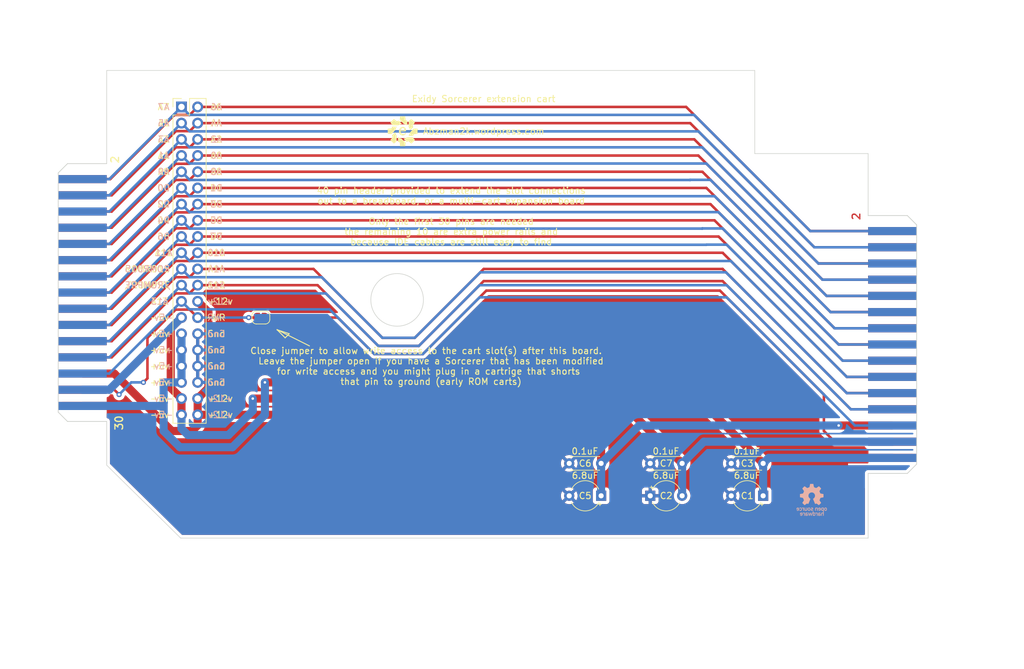
<source format=kicad_pcb>
(kicad_pcb (version 20211014) (generator pcbnew)
  (layers (0 "F.Cu" signal) (31 "B.Cu" signal) (34 "B.Paste" user) (35 "F.Paste" user) (36 "B.SilkS" user "B.Silkscreen") (37 "F.SilkS" user "F.Silkscreen") (38 "B.Mask" user) (39 "F.Mask" user) (44 "Edge.Cuts" user))
  (net 0 "")
  (net 1 "29")
  (net 2 "28")
  (net 3 "27")
  (net 4 "26")
  (net 5 "21")
  (net 6 "22")
  (net 7 "24")
  (net 8 "20")
  (net 9 "19")
  (net 10 "25")
  (net 11 "1")
  (net 12 "2")
  (net 13 "3")
  (net 14 "4")
  (net 15 "6")
  (net 16 "8")
  (net 17 "9")
  (net 18 "10")
  (net 19 "11")
  (net 20 "12")
  (net 21 "13")
  (net 22 "14")
  (net 23 "15")
  (net 24 "16")
  (net 25 "17")
  (net 26 "18")
  (net 27 "23")
  (net 28 "5")
  (net 29 "7")
  (net 30 "30")
  (net 31 "/WR gated")
  (footprint "Capacitor_THT:C_Disc_D4.3mm_W1.9mm_P5.00mm" (layer "F.Cu") (at 172.72 132.08 180)
    (fp_text reference "C3" (at 2.5 0) (layer "F.SilkS"))
    (fp_text value "0.1uF" (at 2.54 1.905) (layer "F.SilkS"))
    (pad "1" thru_hole circle locked (at 0 0 180) (size 1.6 1.6) (drill 0.8) (layers *.Cu *.Mask) (net 1 "29"))
    (pad "2" thru_hole circle locked (at 5 0 180) (size 1.6 1.6) (drill 0.8) (layers *.Cu *.Mask) (net 30 "30"))
  )
  (footprint "Evan's misc parts:Evan Logo" (layer "F.Cu") (at 116.205 80.01)
    (fp_text reference "G***" hide)
    (fp_text value "LOGO" hide)
  )
  (footprint "Evan's misc parts:edge mounted 30 pin card edge connector (2x15 pin)" (layer "F.Cu") (at 189.185 133.6457 90)
    (fp_text reference "J28" hide)
    (fp_text value "Sorcerer Cart Slot")
    (fp_line (start 38.9614 7.6) (end 1.45 7.6) (layer "Edge.Cuts") (width 0.12))
    (fp_line (start 0 6.15) (end 1.45 7.6) (layer "Edge.Cuts") (width 0.12))
    (fp_line (start 40.4114 6.15) (end 38.9614 7.6) (layer "Edge.Cuts") (width 0.12))
    (fp_line (start 40.4114 6.15) (end 40.4114 0) (layer "Edge.Cuts") (width 0.12))
    (fp_line (start 0 6.15) (end 0 0) (layer "Edge.Cuts") (width 0.12))
    (pad "1" connect rect (at 37.9857 3.8 90) (size 1.27 7.6) (layers "B.Cu" "B.Mask") (net 11 "1"))
    (pad "2" connect rect (at 37.9857 3.8 90) (size 1.27 7.6) (layers "F.Cu" "F.Mask") (net 12 "2"))
    (pad "3" connect rect (at 35.4457 3.8 90) (size 1.27 7.6) (layers "B.Cu" "B.Mask") (net 13 "3"))
    (pad "4" connect rect (at 35.4457 3.8 90) (size 1.27 7.6) (layers "F.Cu" "F.Mask") (net 14 "4"))
    (pad "5" connect rect (at 32.9057 3.8 90) (size 1.27 7.6) (layers "B.Cu" "B.Mask") (net 28 "5"))
    (pad "6" connect rect (at 32.9057 3.8 90) (size 1.27 7.6) (layers "F.Cu" "F.Mask") (net 15 "6"))
    (pad "7" connect rect (at 30.3657 3.8 90) (size 1.27 7.6) (layers "B.Cu" "B.Mask") (net 29 "7"))
    (pad "8" connect rect (at 30.3657 3.8 90) (size 1.27 7.6) (layers "F.Cu" "F.Mask") (net 16 "8"))
    (pad "9" connect rect (at 27.8257 3.8 90) (size 1.27 7.6) (layers "B.Cu" "B.Mask") (net 17 "9"))
    (pad "10" connect rect (at 27.8257 3.8 90) (size 1.27 7.6) (layers "F.Cu" "F.Mask") (net 18 "10"))
    (pad "11" connect rect (at 25.2857 3.8 90) (size 1.27 7.6) (layers "B.Cu" "B.Mask") (net 19 "11"))
    (pad "12" connect rect (at 25.2857 3.8 90) (size 1.27 7.6) (layers "F.Cu" "F.Mask") (net 20 "12"))
    (pad "13" connect rect (at 22.7457 3.8 90) (size 1.27 7.6) (layers "B.Cu" "B.Mask") (net 21 "13"))
    (pad "14" connect rect (at 22.7457 3.8 90) (size 1.27 7.6) (layers "F.Cu" "F.Mask") (net 22 "14"))
    (pad "15" connect rect (at 20.2057 3.8 90) (size 1.27 7.6) (layers "B.Cu" "B.Mask") (net 23 "15"))
    (pad "16" connect rect (at 20.2057 3.8 90) (size 1.27 7.6) (layers "F.Cu" "F.Mask") (net 24 "16"))
    (pad "17" connect rect (at 17.6657 3.8 90) (size 1.27 7.6) (layers "B.Cu" "B.Mask") (net 25 "17"))
    (pad "18" connect rect (at 17.6657 3.8 90) (size 1.27 7.6) (layers "F.Cu" "F.Mask") (net 26 "18"))
    (pad "19" connect rect (at 15.1257 3.8 90) (size 1.27 7.6) (layers "B.Cu" "B.Mask") (net 9 "19"))
    (pad "20" connect rect (at 15.1257 3.8 90) (size 1.27 7.6) (layers "F.Cu" "F.Mask") (net 8 "20"))
    (pad "21" connect rect (at 12.5857 3.8 90) (size 1.27 7.6) (layers "B.Cu" "B.Mask") (net 5 "21"))
    (pad "22" connect rect (at 12.5857 3.8 90) (size 1.27 7.6) (layers "F.Cu" "F.Mask") (net 6 "22"))
    (pad "23" connect rect (at 10.0457 3.8 90) (size 1.27 7.6) (layers "B.Cu" "B.Mask") (net 27 "23"))
    (pad "24" connect rect (at 10.0457 3.8 90) (size 1.27 7.6) (layers "F.Cu" "F.Mask") (net 7 "24"))
    (pad "25" connect rect (at 7.5057 3.8 90) (size 1.27 7.6) (layers "B.Cu" "B.Mask") (net 10 "25"))
    (pad "26" connect rect (at 7.5057 3.8 90) (size 1.27 7.6) (layers "F.Cu" "F.Mask") (net 4 "26"))
    (pad "27" connect rect (at 4.9657 3.8 90) (size 1.27 7.6) (layers "B.Cu" "B.Mask") (net 3 "27"))
    (pad "28" connect rect (at 4.9657 3.8 90) (size 1.27 7.6) (layers "F.Cu" "F.Mask") (net 2 "28"))
    (pad "29" connect rect (at 2.4257 3.8 90) (size 1.27 7.6) (layers "B.Cu" "B.Mask") (net 1 "29"))
    (pad "30" connect rect (at 2.4257 3.8 90) (size 1.27 7.6) (layers "F.Cu" "F.Mask") (net 30 "30"))
  )
  (footprint "Jumper:SolderJumper-2_P1.3mm_Open_RoundedPad1.0x1.5mm" (layer "F.Cu") (at 93.98 109.22)
    (fp_text reference "J3" hide)
    (fp_text value "WR jumper")
    (pad "1" smd custom locked (at -0.65 0) (size 1 0.5) (layers "F.Cu" "F.Mask") (net 31 "/WR gated") (options (clearance outline) (anchor rect)) (primitives (gr_circle (center 0 0.25) (end 0.5 0.25) (width 0) (fill yes)) (gr_circle (center 0 -0.25) (end 0.5 -0.25) (width 0) (fill yes)) (gr_poly (pts (xy 0.5 0.75) (xy 0 0.75) (xy 0 -0.75) (xy 0.5 -0.75)) (width 0) (fill yes))))
    (pad "2" smd custom locked (at 0.65 0) (size 1 0.5) (layers "F.Cu" "F.Mask") (net 2 "28") (options (clearance outline) (anchor rect)) (primitives (gr_circle (center 0 0.25) (end 0.5 0.25) (width 0) (fill yes)) (gr_circle (center 0 -0.25) (end 0.5 -0.25) (width 0) (fill yes)) (gr_poly (pts (xy 0 0.75) (xy -0.5 0.75) (xy -0.5 -0.75) (xy 0 -0.75)) (width 0) (fill yes))))
  )
  (footprint "Capacitor_THT:C_Disc_D4.3mm_W1.9mm_P5.00mm" (layer "F.Cu") (at 147.32 132.08 180)
    (fp_text reference "C6" (at 2.5 0) (layer "F.SilkS"))
    (fp_text value "0.1uF" (at 2.54 1.905) (layer "F.SilkS"))
    (pad "1" thru_hole circle locked (at 0 0 180) (size 1.6 1.6) (drill 0.8) (layers *.Cu *.Mask) (net 4 "26"))
    (pad "2" thru_hole circle locked (at 5 0 180) (size 1.6 1.6) (drill 0.8) (layers *.Cu *.Mask) (net 30 "30"))
  )
  (footprint "Capacitor_THT:CP_Radial_Tantal_D4.5mm_P5.00mm" (layer "F.Cu") (at 155.02 137.16)
    (fp_text reference "C2" (at 2.5 0) (layer "F.SilkS"))
    (fp_text value "6.8uF" (at 2.5 -3.175) (layer "F.SilkS"))
    (pad "1" thru_hole rect locked (at 0 0) (size 1.6 1.6) (drill 0.8) (layers *.Cu *.Mask) (net 30 "30"))
    (pad "2" thru_hole circle locked (at 5 0) (size 1.6 1.6) (drill 0.8) (layers *.Cu *.Mask) (net 3 "27"))
  )
  (footprint "Capacitor_THT:C_Disc_D4.3mm_W1.9mm_P5.00mm" (layer "F.Cu") (at 155.02 132.08)
    (fp_text reference "C7" (at 2.5 0) (layer "F.SilkS"))
    (fp_text value "0.1uF" (at 2.46 -1.905) (layer "F.SilkS"))
    (pad "1" thru_hole circle locked (at 0 0) (size 1.6 1.6) (drill 0.8) (layers *.Cu *.Mask) (net 30 "30"))
    (pad "2" thru_hole circle locked (at 5 0) (size 1.6 1.6) (drill 0.8) (layers *.Cu *.Mask) (net 3 "27"))
  )
  (footprint "Connector_PinHeader_2.54mm:PinHeader_2x20_P2.54mm_Vertical" (layer "F.Cu") (at 81.534 76.2)
    (fp_text reference "J2" hide)
    (fp_text value "sorcerer ribbon expansion")
    (pad "1" thru_hole rect locked (at 0 0) (size 1.7 1.7) (drill 1) (layers *.Cu *.Mask) (net 11 "1"))
    (pad "2" thru_hole oval locked (at 2.54 0) (size 1.7 1.7) (drill 1) (layers *.Cu *.Mask) (net 12 "2"))
    (pad "3" thru_hole oval locked (at 0 2.54) (size 1.7 1.7) (drill 1) (layers *.Cu *.Mask) (net 13 "3"))
    (pad "4" thru_hole oval locked (at 2.54 2.54) (size 1.7 1.7) (drill 1) (layers *.Cu *.Mask) (net 14 "4"))
    (pad "5" thru_hole oval locked (at 0 5.08) (size 1.7 1.7) (drill 1) (layers *.Cu *.Mask) (net 28 "5"))
    (pad "6" thru_hole oval locked (at 2.54 5.08) (size 1.7 1.7) (drill 1) (layers *.Cu *.Mask) (net 15 "6"))
    (pad "7" thru_hole oval locked (at 0 7.62) (size 1.7 1.7) (drill 1) (layers *.Cu *.Mask) (net 29 "7"))
    (pad "8" thru_hole oval locked (at 2.54 7.62) (size 1.7 1.7) (drill 1) (layers *.Cu *.Mask) (net 16 "8"))
    (pad "9" thru_hole oval locked (at 0 10.16) (size 1.7 1.7) (drill 1) (layers *.Cu *.Mask) (net 17 "9"))
    (pad "10" thru_hole oval locked (at 2.54 10.16) (size 1.7 1.7) (drill 1) (layers *.Cu *.Mask) (net 18 "10"))
    (pad "11" thru_hole oval locked (at 0 12.7) (size 1.7 1.7) (drill 1) (layers *.Cu *.Mask) (net 19 "11"))
    (pad "12" thru_hole oval locked (at 2.54 12.7) (size 1.7 1.7) (drill 1) (layers *.Cu *.Mask) (net 20 "12"))
    (pad "13" thru_hole oval locked (at 0 15.24) (size 1.7 1.7) (drill 1) (layers *.Cu *.Mask) (net 21 "13"))
    (pad "14" thru_hole oval locked (at 2.54 15.24) (size 1.7 1.7) (drill 1) (layers *.Cu *.Mask) (net 22 "14"))
    (pad "15" thru_hole oval locked (at 0 17.78) (size 1.7 1.7) (drill 1) (layers *.Cu *.Mask) (net 23 "15"))
    (pad "16" thru_hole oval locked (at 2.54 17.78) (size 1.7 1.7) (drill 1) (layers *.Cu *.Mask) (net 24 "16"))
    (pad "17" thru_hole oval locked (at 0 20.32) (size 1.7 1.7) (drill 1) (layers *.Cu *.Mask) (net 25 "17"))
    (pad "18" thru_hole oval locked (at 2.54 20.32) (size 1.7 1.7) (drill 1) (layers *.Cu *.Mask) (net 26 "18"))
    (pad "19" thru_hole oval locked (at 0 22.86) (size 1.7 1.7) (drill 1) (layers *.Cu *.Mask) (net 9 "19"))
    (pad "20" thru_hole oval locked (at 2.54 22.86) (size 1.7 1.7) (drill 1) (layers *.Cu *.Mask) (net 8 "20"))
    (pad "21" thru_hole oval locked (at 0 25.4) (size 1.7 1.7) (drill 1) (layers *.Cu *.Mask) (net 5 "21"))
    (pad "22" thru_hole oval locked (at 2.54 25.4) (size 1.7 1.7) (drill 1) (layers *.Cu *.Mask) (net 6 "22"))
    (pad "23" thru_hole oval locked (at 0 27.94) (size 1.7 1.7) (drill 1) (layers *.Cu *.Mask) (net 27 "23"))
    (pad "24" thru_hole oval locked (at 2.54 27.94) (size 1.7 1.7) (drill 1) (layers *.Cu *.Mask) (net 7 "24"))
    (pad "25" thru_hole oval locked (at 0 30.48) (size 1.7 1.7) (drill 1) (layers *.Cu *.Mask) (net 10 "25"))
    (pad "26" thru_hole oval locked (at 2.54 30.48) (size 1.7 1.7) (drill 1) (layers *.Cu *.Mask) (net 4 "26"))
    (pad "27" thru_hole oval locked (at 0 33.02) (size 1.7 1.7) (drill 1) (layers *.Cu *.Mask) (net 3 "27"))
    (pad "28" thru_hole oval locked (at 2.54 33.02) (size 1.7 1.7) (drill 1) (layers *.Cu *.Mask) (net 31 "/WR gated"))
    (pad "29" thru_hole oval locked (at 0 35.56) (size 1.7 1.7) (drill 1) (layers *.Cu *.Mask) (net 1 "29"))
    (pad "30" thru_hole oval locked (at 2.54 35.56) (size 1.7 1.7) (drill 1) (layers *.Cu *.Mask) (net 30 "30"))
    (pad "31" thru_hole oval locked (at 0 38.1) (size 1.7 1.7) (drill 1) (layers *.Cu *.Mask) (net 1 "29"))
    (pad "32" thru_hole oval locked (at 2.54 38.1) (size 1.7 1.7) (drill 1) (layers *.Cu *.Mask) (net 30 "30"))
    (pad "33" thru_hole oval locked (at 0 40.64) (size 1.7 1.7) (drill 1) (layers *.Cu *.Mask) (net 1 "29"))
    (pad "34" thru_hole oval locked (at 2.54 40.64) (size 1.7 1.7) (drill 1) (layers *.Cu *.Mask) (net 30 "30"))
    (pad "35" thru_hole oval locked (at 0 43.18) (size 1.7 1.7) (drill 1) (layers *.Cu *.Mask) (net 1 "29"))
    (pad "36" thru_hole oval locked (at 2.54 43.18) (size 1.7 1.7) (drill 1) (layers *.Cu *.Mask) (net 30 "30"))
    (pad "37" thru_hole oval locked (at 0 45.72) (size 1.7 1.7) (drill 1) (layers *.Cu *.Mask) (net 3 "27"))
    (pad "38" thru_hole oval locked (at 2.54 45.72) (size 1.7 1.7) (drill 1) (layers *.Cu *.Mask) (net 4 "26"))
    (pad "39" thru_hole oval locked (at 0 48.26) (size 1.7 1.7) (drill 1) (layers *.Cu *.Mask) (net 3 "27"))
    (pad "40" thru_hole oval locked (at 2.54 48.26) (size 1.7 1.7) (drill 1) (layers *.Cu *.Mask) (net 4 "26"))
  )
  (footprint "Capacitor_THT:CP_Radial_Tantal_D4.5mm_P5.00mm" (layer "F.Cu") (at 147.32 137.16 180)
    (fp_text reference "C5" (at 2.5 0) (layer "F.SilkS"))
    (fp_text value "6.8uF" (at 2.5 3.175) (layer "F.SilkS"))
    (pad "1" thru_hole rect locked (at 0 0 180) (size 1.6 1.6) (drill 0.8) (layers *.Cu *.Mask) (net 4 "26"))
    (pad "2" thru_hole circle locked (at 5 0 180) (size 1.6 1.6) (drill 0.8) (layers *.Cu *.Mask) (net 30 "30"))
  )
  (footprint "Capacitor_THT:CP_Radial_Tantal_D4.5mm_P5.00mm" (layer "F.Cu") (at 172.72 137.16 180)
    (fp_text reference "C1" (at 2.5 0) (layer "F.SilkS"))
    (fp_text value "6.8uF" (at 2.5 3.175) (layer "F.SilkS"))
    (pad "1" thru_hole rect locked (at 0 0 180) (size 1.6 1.6) (drill 0.8) (layers *.Cu *.Mask) (net 1 "29"))
    (pad "2" thru_hole circle locked (at 5 0 180) (size 1.6 1.6) (drill 0.8) (layers *.Cu *.Mask) (net 30 "30"))
  )
  (footprint "Evan's misc parts:edge mounted 30 pin card edge connector (2x15 pin)" (layer "F.Cu") (at 69.815 85.09 -90)
    (fp_text reference "J1" hide)
    (fp_text value "Sorcerer Cart Slot")
    (fp_line (start 38.9614 7.6) (end 1.45 7.6) (layer "Edge.Cuts") (width 0.12))
    (fp_line (start 0 6.15) (end 1.45 7.6) (layer "Edge.Cuts") (width 0.12))
    (fp_line (start 40.4114 6.15) (end 40.4114 0) (layer "Edge.Cuts") (width 0.12))
    (fp_line (start 40.4114 6.15) (end 38.9614 7.6) (layer "Edge.Cuts") (width 0.12))
    (fp_line (start 0 6.15) (end 0 0) (layer "Edge.Cuts") (width 0.12))
    (pad "1" connect rect (at 37.9857 3.8 270) (size 1.27 7.6) (layers "B.Cu" "B.Mask") (net 1 "29"))
    (pad "2" connect rect (at 37.9857 3.8 270) (size 1.27 7.6) (layers "F.Cu" "F.Mask") (net 30 "30"))
    (pad "3" connect rect (at 35.4457 3.8 270) (size 1.27 7.6) (layers "B.Cu" "B.Mask") (net 3 "27"))
    (pad "4" connect rect (at 35.4457 3.8 270) (size 1.27 7.6) (layers "F.Cu" "F.Mask") (net 31 "/WR gated"))
    (pad "5" connect rect (at 32.9057 3.8 270) (size 1.27 7.6) (layers "B.Cu" "B.Mask") (net 10 "25"))
    (pad "6" connect rect (at 32.9057 3.8 270) (size 1.27 7.6) (layers "F.Cu" "F.Mask") (net 4 "26"))
    (pad "7" connect rect (at 30.3657 3.8 270) (size 1.27 7.6) (layers "B.Cu" "B.Mask") (net 27 "23"))
    (pad "8" connect rect (at 30.3657 3.8 270) (size 1.27 7.6) (layers "F.Cu" "F.Mask") (net 7 "24"))
    (pad "9" connect rect (at 27.8257 3.8 270) (size 1.27 7.6) (layers "B.Cu" "B.Mask") (net 5 "21"))
    (pad "10" connect rect (at 27.8257 3.8 270) (size 1.27 7.6) (layers "F.Cu" "F.Mask") (net 6 "22"))
    (pad "11" connect rect (at 25.2857 3.8 270) (size 1.27 7.6) (layers "B.Cu" "B.Mask") (net 9 "19"))
    (pad "12" connect rect (at 25.2857 3.8 270) (size 1.27 7.6) (layers "F.Cu" "F.Mask") (net 8 "20"))
    (pad "13" connect rect (at 22.7457 3.8 270) (size 1.27 7.6) (layers "B.Cu" "B.Mask") (net 25 "17"))
    (pad "14" connect rect (at 22.7457 3.8 270) (size 1.27 7.6) (layers "F.Cu" "F.Mask") (net 26 "18"))
    (pad "15" connect rect (at 20.2057 3.8 270) (size 1.27 7.6) (layers "B.Cu" "B.Mask") (net 23 "15"))
    (pad "16" connect rect (at 20.2057 3.8 270) (size 1.27 7.6) (layers "F.Cu" "F.Mask") (net 24 "16"))
    (pad "17" connect rect (at 17.6657 3.8 270) (size 1.27 7.6) (layers "B.Cu" "B.Mask") (net 21 "13"))
    (pad "18" connect rect (at 17.6657 3.8 270) (size 1.27 7.6) (layers "F.Cu" "F.Mask") (net 22 "14"))
    (pad "19" connect rect (at 15.1257 3.8 270) (size 1.27 7.6) (layers "B.Cu" "B.Mask") (net 19 "11"))
    (pad "20" connect rect (at 15.1257 3.8 270) (size 1.27 7.6) (layers "F.Cu" "F.Mask") (net 20 "12"))
    (pad "21" connect rect (at 12.5857 3.8 270) (size 1.27 7.6) (layers "B.Cu" "B.Mask") (net 17 "9"))
    (pad "22" connect rect (at 12.5857 3.8 270) (size 1.27 7.6) (layers "F.Cu" "F.Mask") (net 18 "10"))
    (pad "23" connect rect (at 10.0457 3.8 270) (size 1.27 7.6) (layers "B.Cu" "B.Mask") (net 29 "7"))
    (pad "24" connect rect (at 10.0457 3.8 270) (size 1.27 7.6) (layers "F.Cu" "F.Mask") (net 16 "8"))
    (pad "25" connect rect (at 7.5057 3.8 270) (size 1.27 7.6) (layers "B.Cu" "B.Mask") (net 28 "5"))
    (pad "26" connect rect (at 7.5057 3.8 270) (size 1.27 7.6) (layers "F.Cu" "F.Mask") (net 15 "6"))
    (pad "27" connect rect (at 4.9657 3.8 270) (size 1.27 7.6) (layers "B.Cu" "B.Mask") (net 13 "3"))
    (pad "28" connect rect (at 4.9657 3.8 270) (size 1.27 7.6) (layers "F.Cu" "F.Mask") (net 14 "4"))
    (pad "29" connect rect (at 2.4257 3.8 270) (size 1.27 7.6) (layers "B.Cu" "B.Mask") (net 11 "1"))
    (pad "30" connect rect (at 2.4257 3.8 270) (size 1.27 7.6) (layers "F.Cu" "F.Mask") (net 12 "2"))
  )
  (footprint "Evan's misc parts:OSHW gear" (layer "B.Cu") (at 180.34 137.795 180)
    (fp_text reference "G***" hide)
    (fp_text value "LOGO" hide)
  )
  (gr_line (start 97.79 112.395) (end 98.425 111.76) (layer "F.SilkS") (width 0.15))
  (gr_line (start 96.52 111.125) (end 97.79 112.395) (layer "F.SilkS") (width 0.15))
  (gr_line (start 96.52 111.125) (end 101.6 113.665) (layer "F.SilkS") (width 0.15))
  (gr_line (start 98.425 111.76) (end 96.52 111.125) (layer "F.SilkS") (width 0.15))
  (gr_line (start 189.185 93.2343) (end 189.185 83.5143) (layer "Edge.Cuts") (width 0.1))
  (gr_circle (center 115.34 106.4493) (end 115.34 102.3243) (layer "Edge.Cuts") (width 0.1) (fill none))
  (gr_line (start 189.185 83.5143) (end 171.405 83.5143) (layer "Edge.Cuts") (width 0.1))
  (gr_line (start 171.405 83.5143) (end 171.405 70.4843) (layer "Edge.Cuts") (width 0.1))
  (gr_line (start 189.185 133.6457) (end 189.185 143.7957) (layer "Edge.Cuts") (width 0.1))
  (gr_line (start 69.815 70.4843) (end 69.815 85.09) (layer "Edge.Cuts") (width 0.1))
  (gr_line (start 69.815 125.5014) (end 69.815 132.3643) (layer "Edge.Cuts") (width 0.1))
  (gr_line (start 81.415 143.7957) (end 69.815 132.3643) (layer "Edge.Cuts") (width 0.1))
  (gr_line (start 189.185 143.7957) (end 81.415 143.7957) (layer "Edge.Cuts") (width 0.1))
  (gr_line (start 171.405 70.4843) (end 69.815 70.4843) (layer "Edge.Cuts") (width 0.1))
  (gr_text "2" (at 187.325 93.345 90) (layer "F.Cu") (effects (font (size 1.2 1.2) (thickness 0.2))))
  (gr_text "30" (at 187.96 133.985 90) (layer "F.Cu") (effects (font (size 1.2 1.2) (thickness 0.2))))
  (gr_text "/ROMPRE" (at 76.2 104.14) (layer "B.SilkS") (effects (font (size 1 1)) (justify mirror)))
  (gr_text "A14" (at 86.995 101.6) (layer "B.SilkS") (effects (font (size 1 1)) (justify mirror)))
  (gr_text "A11" (at 78.74 99.06) (layer "B.SilkS") (effects (font (size 1 1)) (justify mirror)))
  (gr_text "A3" (at 78.74 81.28) (layer "B.SilkS") (effects (font (size 1 1)) (justify mirror)))
  (gr_text "+5v" (at 78.74 116.84) (layer "B.SilkS") (effects (font (size 1 1)) (justify mirror)))
  (gr_text "+5v" (at 78.74 119.38) (layer "B.SilkS") (effects (font (size 1 1)) (justify mirror)))
  (gr_text "A9" (at 78.74 86.36) (layer "B.SilkS") (effects (font (size 1 1)) (justify mirror)))
  (gr_text "D0" (at 78.74 88.9) (layer "B.SilkS") (effects (font (size 1 1)) (justify mirror)))
  (gr_text "Gnd" (at 86.995 114.3) (layer "B.SilkS") (effects (font (size 1 1)) (justify mirror)))
  (gr_text "A0" (at 86.995 83.82) (layer "B.SilkS") (effects (font (size 1 1)) (justify mirror)))
  (gr_text "D6" (at 78.74 96.52) (layer "B.SilkS") (effects (font (size 1 1)) (justify mirror)))
  (gr_text "-5v" (at 78.74 124.46) (layer "B.SilkS") (effects (font (size 1 1)) (justify mirror)))
  (gr_text "+5v" (at 78.74 111.76) (layer "B.SilkS") (effects (font (size 1 1)) (justify mirror)))
  (gr_text "Gnd" (at 86.995 116.84) (layer "B.SilkS") (effects (font (size 1 1)) (justify mirror)))
  (gr_text "D3" (at 86.995 91.44) (layer "B.SilkS") (effects (font (size 1 1)) (justify mirror)))
  (gr_text "A8" (at 86.995 86.36) (layer "B.SilkS") (effects (font (size 1 1)) (justify mirror)))
  (gr_text "A10" (at 86.995 99.06) (layer "B.SilkS") (effects (font (size 1 1)) (justify mirror)))
  (gr_text "D4" (at 78.74 93.98) (layer "B.SilkS") (effects (font (size 1 1)) (justify mirror)))
  (gr_text "~WR" (at 86.995 109.22) (layer "B.SilkS") (effects (font (size 1 1)) (justify mirror)))
  (gr_text "D2" (at 78.74 91.44) (layer "B.SilkS") (effects (font (size 1 1)) (justify mirror)))
  (gr_text "A5" (at 78.74 78.74) (layer "B.SilkS") (effects (font (size 1 1)) (justify mirror)))
  (gr_text "D1" (at 86.995 88.9) (layer "B.SilkS") (effects (font (size 1 1)) (justify mirror)))
  (gr_text "D5" (at 86.995 93.98) (layer "B.SilkS") (effects (font (size 1 1)) (justify mirror)))
  (gr_text "A12" (at 86.995 104.14) (layer "B.SilkS") (effects (font (size 1 1)) (justify mirror)))
  (gr_text "A7" (at 78.74 76.2) (layer "B.SilkS") (effects (font (size 1 1)) (justify mirror)))
  (gr_text "Gnd" (at 86.995 119.38) (layer "B.SilkS") (effects (font (size 1 1)) (justify mirror)))
  (gr_text "-5v" (at 78.74 109.22) (layer "B.SilkS") (effects (font (size 1 1)) (justify mirror)))
  (gr_text "A2" (at 86.995 81.28) (layer "B.SilkS") (effects (font (size 1 1)) (justify mirror)))
  (gr_text "A1" (at 78.74 83.82) (layer "B.SilkS") (effects (font (size 1 1)) (justify mirror)))
  (gr_text "+12v" (at 87.63 106.68) (layer "B.SilkS") (effects (font (size 1 1)) (justify mirror)))
  (gr_text "-5v" (at 78.74 121.92) (layer "B.SilkS") (effects (font (size 1 1)) (justify mirror)))
  (gr_text "A4" (at 86.995 78.74) (layer "B.SilkS") (effects (font (size 1 1)) (justify mirror)))
  (gr_text "A6" (at 86.995 76.2) (layer "B.SilkS") (effects (font (size 1 1)) (justify mirror)))
  (gr_text "+12v" (at 87.63 121.92) (layer "B.SilkS") (effects (font (size 1 1)) (justify mirror)))
  (gr_text "+12v" (at 87.63 124.46) (layer "B.SilkS") (effects (font (size 1 1)) (justify mirror)))
  (gr_text "A13" (at 78.105 106.68) (layer "B.SilkS") (effects (font (size 1 1)) (justify mirror)))
  (gr_text "ROMRD15" (at 76.2 101.6) (layer "B.SilkS") (effects (font (size 1 1)) (justify mirror)))
  (gr_text "+5v" (at 78.74 114.3) (layer "B.SilkS") (effects (font (size 1 1)) (justify mirror)))
  (gr_text "D7" (at 86.995 96.52) (layer "B.SilkS") (effects (font (size 1 1)) (justify mirror)))
  (gr_text "Gnd" (at 86.995 111.76) (layer "B.SilkS") (effects (font (size 1 1)) (justify mirror)))
  (gr_text "A13" (at 78.105 106.68) (layer "F.SilkS") (effects (font (size 1 1))))
  (gr_text "A11" (at 78.74 99.06) (layer "F.SilkS") (effects (font (size 1 1))))
  (gr_text "+5v" (at 78.105 114.3) (layer "F.SilkS") (effects (font (size 1 1))))
  (gr_text "D4" (at 78.74 93.98) (layer "F.SilkS") (effects (font (size 1 1))))
  (gr_text "+12v" (at 87.63 124.46) (layer "F.SilkS") (effects (font (size 1 1))))
  (gr_text "A14" (at 86.995 101.6) (layer "F.SilkS") (effects (font (size 1 1))))
  (gr_text "Gnd" (at 86.995 116.84) (layer "F.SilkS") (effects (font (size 1 1))))
  (gr_text "30" (at 71.755 125.73 90) (layer "F.SilkS") (effects (font (size 1.2 1.2) (thickness 0.2))))
  (gr_text "A5" (at 78.74 78.74) (layer "F.SilkS") (effects (font (size 1 1))))
  (gr_text "Gnd" (at 86.995 111.76) (layer "F.SilkS") (effects (font (size 1 1))))
  (gr_text "Exidy Sorcerer extension cart" (at 128.905 74.93) (layer "F.SilkS") (effects (font (size 1 1))))
  (gr_text "Gnd" (at 86.995 119.38) (layer "F.SilkS") (effects (font (size 1 1))))
  (gr_text "Abzman2k.wordpress.com" (at 128.905 80.01) (layer "F.SilkS") (effects (font (size 1 1))))
  (gr_text "D1" (at 86.995 88.9) (layer "F.SilkS") (effects (font (size 1 1))))
  (gr_text "/ROMPRE" (at 76.2 104.14) (layer "F.SilkS") (effects (font (size 1 1))))
  (gr_text "40 pin header provided to extend the slot connections\nout to a breadboard, or a multi-cart expansion board\n\nOnly the first 30 pins are needed\nthe remaining 10 are extra power rails and\nbecause IDE cables are still easy to find" (at 123.825 93.345) (layer "F.SilkS") (effects (font (size 1 1))))
  (gr_text "+5v" (at 78.105 119.38) (layer "F.SilkS") (effects (font (size 1 1))))
  (gr_text "D6" (at 78.74 96.52) (layer "F.SilkS") (effects (font (size 1 1))))
  (gr_text "+12v" (at 87.63 106.68) (layer "F.SilkS") (effects (font (size 1 1))))
  (gr_text "A12" (at 86.995 104.14) (layer "F.SilkS") (effects (font (size 1 1))))
  (gr_text "D7" (at 86.995 96.52) (layer "F.SilkS") (effects (font (size 1 1))))
  (gr_text "2" (at 71.12 84.455 90) (layer "F.SilkS") (effects (font (size 1.2 1.2) (thickness 0.2))))
  (gr_text "A2" (at 86.995 81.28) (layer "F.SilkS") (effects (font (size 1 1))))
  (gr_text "+12v" (at 87.63 121.92) (layer "F.SilkS") (effects (font (size 1 1))))
  (gr_text "A9" (at 78.74 86.36) (layer "F.SilkS") (effects (font (size 1 1))))
  (gr_text "A7" (at 78.74 76.2) (layer "F.SilkS") (effects (font (size 1 1))))
  (gr_text "D0" (at 78.74 88.9) (layer "F.SilkS") (effects (font (size 1 1))))
  (gr_text "A1" (at 78.74 83.82) (layer "F.SilkS") (effects (font (size 1 1))))
  (gr_text "-5v" (at 78.105 109.22) (layer "F.SilkS") (effects (font (size 1 1))))
  (gr_text "D5" (at 86.995 93.98) (layer "F.SilkS") (effects (font (size 1 1))))
  (gr_text "A4" (at 86.995 78.74) (layer "F.SilkS") (effects (font (size 1 1))))
  (gr_text "ROMRD15" (at 76.2 101.6) (layer "F.SilkS") (effects (font (size 1 1))))
  (gr_text "+5v" (at 78.105 116.84) (layer "F.SilkS") (effects (font (size 1 1))))
  (gr_text "A3" (at 78.74 81.28) (layer "F.SilkS") (effects (font (size 1 1))))
  (gr_text "Gnd" (at 86.995 114.3) (layer "F.SilkS") (effects (font (size 1 1))))
  (gr_text "~WR" (at 86.995 109.22) (layer "F.SilkS") (effects (font (size 1 1))))
  (gr_text "A0" (at 86.995 83.82) (layer "F.SilkS") (effects (font (size 1 1))))
  (gr_text "A10" (at 86.995 99.06) (layer "F.SilkS") (effects (font (size 1 1))))
  (gr_text "-5v" (at 78.105 121.92) (layer "F.SilkS") (effects (font (size 1 1))))
  (gr_text "D3" (at 86.995 91.44) (layer "F.SilkS") (effects (font (size 1 1))))
  (gr_text "A8" (at 86.995 86.36) (layer "F.SilkS") (effects (font (size 1 1))))
  (gr_text "D2" (at 78.74 91.44) (layer "F.SilkS") (effects (font (size 1 1))))
  (gr_text "+5v" (at 78.105 111.76) (layer "F.SilkS") (effects (font (size 1 1))))
  (gr_text "Close jumper to allow write access to the cart slot(s) after this board.  \nLeave the jumper open if you have a Sorcerer that has been modified\nfor write access and you might plug in a cartrige that shorts \nthat pin to ground (early ROM carts)" (at 120.65 116.84) (layer "F.SilkS") (effects (font (size 1 1))))
  (gr_text "-5v" (at 78.105 124.46) (layer "F.SilkS") (effects (font (size 1 1))))
  (gr_text "A6" (at 86.995 76.2) (layer "F.SilkS") (effects (font (size 1 1))))
  (segment (start 160.02 119.38) (end 94.615 119.38) (width 1.27) (layer "F.Cu") (net 1))
  (segment (start 172.72 132.08) (end 160.02 119.38) (width 1.27) (layer "F.Cu") (net 1))
  (via (at 94.615 119.38) (size 0.8) (drill 0.4) (layers "F.Cu" "B.Cu") (net 1))
  (segment (start 78.2193 123.0757) (end 66.05 123.0757) (width 1.27) (layer "B.Cu") (net 1))
  (segment (start 172.72 132.08) (end 172.72 137.16) (width 1.27) (layer "B.Cu") (net 1))
  (segment (start 81.534 111.76) (end 81.534 119.38) (width 1.27) (layer "B.Cu") (net 1))
  (segment (start 78.74 122.555) (end 78.2193 123.0757) (width 1.27) (layer "B.Cu") (net 1))
  (segment (start 78.74 127) (end 78.74 122.555) (width 1.27) (layer "B.Cu") (net 1))
  (segment (start 81.28 129.54) (end 78.74 127) (width 1.27) (layer "B.Cu") (net 1))
  (segment (start 78.74 122.555) (end 78.74 119.38) (width 1.27) (layer "B.Cu") (net 1))
  (segment (start 192.985 131.22) (end 173.58 131.22) (width 1.27) (layer "B.Cu") (net 1))
  (segment (start 173.58 131.22) (end 172.72 132.08) (width 1.27) (layer "B.Cu") (net 1))
  (segment (start 94.615 119.38) (end 94.615 124.46) (width 1.27) (layer "B.Cu") (net 1))
  (segment (start 94.615 124.46) (end 89.535 129.54) (width 1.27) (layer "B.Cu") (net 1))
  (segment (start 89.535 129.54) (end 81.28 129.54) (width 1.27) (layer "B.Cu") (net 1))
  (segment (start 78.74 119.38) (end 81.534 119.38) (width 1.27) (layer "B.Cu") (net 1))
  (segment (start 182.245 127) (end 183.925 128.68) (width 0.4) (layer "F.Cu") (net 2))
  (segment (start 119.38 114.935) (end 129.32148 104.99352) (width 0.4) (layer "F.Cu") (net 2))
  (segment (start 165.95352 104.99352) (end 182.245 121.285) (width 0.4) (layer "F.Cu") (net 2))
  (segment (start 94.615 109.22) (end 106.045 109.22) (width 0.4) (layer "F.Cu") (net 2))
  (segment (start 106.045 109.22) (end 111.76 114.935) (width 0.4) (layer "F.Cu") (net 2))
  (segment (start 111.76 114.935) (end 119.38 114.935) (width 0.4) (layer "F.Cu") (net 2))
  (segment (start 129.32148 104.99352) (end 165.95352 104.99352) (width 0.4) (layer "F.Cu") (net 2))
  (segment (start 182.245 121.285) (end 182.245 127) (width 0.4) (layer "F.Cu") (net 2))
  (segment (start 183.925 128.68) (end 192.985 128.68) (width 0.4) (layer "F.Cu") (net 2))
  (segment (start 149.86 121.92) (end 92.71 121.92) (width 1.27) (layer "F.Cu") (net 3))
  (segment (start 160.02 132.08) (end 149.86 121.92) (width 1.27) (layer "F.Cu") (net 3))
  (segment (start 79.849489 110.904511) (end 79.849489 120.235489) (width 1.27) (layer "F.Cu") (net 3))
  (segment (start 81.534 109.22) (end 79.849489 110.904511) (width 1.27) (layer "F.Cu") (net 3))
  (segment (start 81.534 121.92) (end 81.534 124.46) (width 1.27) (layer "F.Cu") (net 3))
  (segment (start 79.849489 120.235489) (end 81.534 121.92) (width 1.27) (layer "F.Cu") (net 3))
  (via (at 92.71 121.92) (size 0.8) (drill 0.4) (layers "F.Cu" "B.Cu") (net 3))
  (segment (start 160.02 132.08) (end 160.02 137.16) (width 1.27) (layer "B.Cu") (net 3))
  (segment (start 92.71 121.92) (end 92.71 123.825) (width 1.27) (layer "B.Cu") (net 3))
  (segment (start 88.9 127.635) (end 82.55 127.635) (width 1.27) (layer "B.Cu") (net 3))
  (segment (start 81.534 126.619) (end 81.534 124.46) (width 1.27) (layer "B.Cu") (net 3))
  (segment (start 70.2183 120.5357) (end 66.05 120.5357) (width 1.27) (layer "B.Cu") (net 3))
  (segment (start 92.71 123.825) (end 88.9 127.635) (width 1.27) (layer "B.Cu") (net 3))
  (segment (start 163.42 128.68) (end 160.02 132.08) (width 1.27) (layer "B.Cu") (net 3))
  (segment (start 82.55 127.635) (end 81.534 126.619) (width 1.27) (layer "B.Cu") (net 3))
  (segment (start 192.985 128.68) (end 163.42 128.68) (width 1.27) (layer "B.Cu") (net 3))
  (segment (start 81.534 109.22) (end 70.2183 120.5357) (width 1.27) (layer "B.Cu") (net 3))
  (segment (start 192.985 126.14) (end 185.772 126.14) (width 1.27) (layer "F.Cu") (net 4))
  (segment (start 147.32 132.08) (end 147.32 129.54) (width 1.27) (layer "F.Cu") (net 4))
  (segment (start 84.074 121.92) (end 84.074 124.46) (width 1.27) (layer "F.Cu") (net 4))
  (segment (start 142.24 124.46) (end 84.074 124.46) (width 1.27) (layer "F.Cu") (net 4))
  (segment (start 84.074 106.68) (end 85.758511 108.364511) (width 1.27) (layer "F.Cu") (net 4))
  (segment (start 71.0057 117.9957) (end 66.05 117.9957) (width 1.27) (layer "F.Cu") (net 4))
  (segment (start 80.01 127) (end 71.0057 117.9957) (width 1.27) (layer "F.Cu") (net 4))
  (segment (start 83.185 127) (end 80.01 127) (width 1.27) (layer "F.Cu") (net 4))
  (segment (start 84.074 126.111) (end 83.185 127) (width 1.27) (layer "F.Cu") (net 4))
  (segment (start 84.074 124.46) (end 84.074 126.111) (width 1.27) (layer "F.Cu") (net 4))
  (segment (start 147.32 129.54) (end 142.24 124.46) (width 1.27) (layer "F.Cu") (net 4))
  (segment (start 185.772 126.14) (end 184.56 126.14) (width 1.27) (layer "F.Cu") (net 4))
  (segment (start 85.758511 108.364511) (end 85.758511 120.235489) (width 1.27) (layer "F.Cu") (net 4))
  (segment (start 85.758511 120.235489) (end 84.074 121.92) (width 1.27) (layer "F.Cu") (net 4))
  (via (at 184.56 126.14) (size 0.8) (drill 0.4) (layers "F.Cu" "B.Cu") (net 4))
  (segment (start 147.32 132.08) (end 147.32 137.16) (width 1.27) (layer "B.Cu") (net 4))
  (segment (start 153.26 126.14) (end 147.32 132.08) (width 1.27) (layer "B.Cu") (net 4))
  (segment (start 184.56 126.14) (end 153.26 126.14) (width 1.27) (layer "B.Cu") (net 4))
  (segment (start 113.03 112.395) (end 118.11 112.395) (width 0.4) (layer "B.Cu") (net 5))
  (segment (start 81.534 101.6) (end 82.824489 102.890489) (width 0.4) (layer "B.Cu") (net 5))
  (segment (start 82.824489 102.890489) (end 103.525489 102.890489) (width 0.4) (layer "B.Cu") (net 5))
  (segment (start 118.11 112.395) (end 128.385394 102.119606) (width 0.4) (layer "B.Cu") (net 5))
  (segment (start 185.83 121.06) (end 192.985 121.06) (width 0.4) (layer "B.Cu") (net 5))
  (segment (start 166.889606 102.119606) (end 185.83 121.06) (width 0.4) (layer "B.Cu") (net 5))
  (segment (start 103.525489 102.890489) (end 113.03 112.395) (width 0.4) (layer "B.Cu") (net 5))
  (segment (start 128.385394 102.119606) (end 166.889606 102.119606) (width 0.4) (layer "B.Cu") (net 5))
  (segment (start 70.2183 112.9157) (end 66.05 112.9157) (width 0.4) (layer "B.Cu") (net 5))
  (segment (start 81.534 101.6) (end 70.2183 112.9157) (width 0.4) (layer "B.Cu") (net 5))
  (segment (start 128.905 101.6) (end 166.37 101.6) (width 0.4) (layer "F.Cu") (net 6))
  (segment (start 185.83 121.06) (end 192.985 121.06) (width 0.4) (layer "F.Cu") (net 6))
  (segment (start 102.235 101.6) (end 113.03 112.395) (width 0.4) (layer "F.Cu") (net 6))
  (segment (start 113.03 112.395) (end 118.11 112.395) (width 0.4) (layer "F.Cu") (net 6))
  (segment (start 84.074 101.6) (end 102.235 101.6) (width 0.4) (layer "F.Cu") (net 6))
  (segment (start 82.783511 102.890489) (end 80.624511 102.890489) (width 0.4) (layer "F.Cu") (net 6))
  (segment (start 84.074 101.6) (end 82.783511 102.890489) (width 0.4) (layer "F.Cu") (net 6))
  (segment (start 70.5993 112.9157) (end 66.05 112.9157) (width 0.4) (layer "F.Cu") (net 6))
  (segment (start 80.624511 102.890489) (end 70.5993 112.9157) (width 0.4) (layer "F.Cu") (net 6))
  (segment (start 118.11 112.395) (end 128.905 101.6) (width 0.4) (layer "F.Cu") (net 6))
  (segment (start 166.37 101.6) (end 185.83 121.06) (width 0.4) (layer "F.Cu") (net 6))
  (segment (start 128.905 103.505) (end 166.37 103.505) (width 0.4) (layer "F.Cu") (net 7))
  (segment (start 70.5993 115.4557) (end 66.05 115.4557) (width 0.4) (layer "F.Cu") (net 7))
  (segment (start 82.783511 105.430489) (end 80.624511 105.430489) (width 0.4) (layer "F.Cu") (net 7))
  (segment (start 102.87 104.14) (end 112.395 113.665) (width 0.4) (layer "F.Cu") (net 7))
  (segment (start 80.624511 105.430489) (end 70.5993 115.4557) (width 0.4) (layer "F.Cu") (net 7))
  (segment (start 118.745 113.665) (end 128.905 103.505) (width 0.4) (layer "F.Cu") (net 7))
  (segment (start 84.074 104.14) (end 82.783511 105.430489) (width 0.4) (layer "F.Cu") (net 7))
  (segment (start 186.465 123.6) (end 192.985 123.6) (width 0.4) (layer "F.Cu") (net 7))
  (segment (start 84.074 104.14) (end 102.87 104.14) (width 0.4) (layer "F.Cu") (net 7))
  (segment (start 166.37 103.505) (end 186.465 123.6) (width 0.4) (layer "F.Cu") (net 7))
  (segment (start 112.395 113.665) (end 118.745 113.665) (width 0.4) (layer "F.Cu") (net 7))
  (segment (start 80.624511 100.350489) (end 70.5993 110.3757) (width 0.4) (layer "F.Cu") (net 8))
  (segment (start 84.074 99.06) (end 82.783511 100.350489) (width 0.4) (layer "F.Cu") (net 8))
  (segment (start 84.074 99.06) (end 166.37 99.06) (width 0.4) (layer "F.Cu") (net 8))
  (segment (start 82.783511 100.350489) (end 80.624511 100.350489) (width 0.4) (layer "F.Cu") (net 8))
  (segment (start 70.5993 110.3757) (end 66.05 110.3757) (width 0.4) (layer "F.Cu") (net 8))
  (segment (start 185.83 118.52) (end 192.985 118.52) (width 0.4) (layer "F.Cu") (net 8))
  (segment (start 166.37 99.06) (end 185.83 118.52) (width 0.4) (layer "F.Cu") (net 8))
  (segment (start 70.2183 110.3757) (end 66.05 110.3757) (width 0.4) (layer "B.Cu") (net 9))
  (segment (start 81.534 99.06) (end 70.2183 110.3757) (width 0.4) (layer "B.Cu") (net 9))
  (segment (start 185.83 118.52) (end 192.985 118.52) (width 0.4) (layer "B.Cu") (net 9))
  (segment (start 81.534 99.06) (end 82.824489 100.350489) (width 0.4) (layer "B.Cu") (net 9))
  (segment (start 167.660489 100.350489) (end 185.83 118.52) (width 0.4) (layer "B.Cu") (net 9))
  (segment (start 82.824489 100.350489) (end 167.660489 100.350489) (width 0.4) (layer "B.Cu") (net 9))
  (segment (start 167.005 106.045) (end 187.1 126.14) (width 0.4) (layer "B.Cu") (net 10))
  (segment (start 104.754511 107.929511) (end 111.76 114.935) (width 0.4) (layer "B.Cu") (net 10))
  (segment (start 128.27 106.045) (end 167.005 106.045) (width 0.4) (layer "B.Cu") (net 10))
  (segment (start 81.534 106.68) (end 82.783511 107.929511) (width 0.4) (layer "B.Cu") (net 10))
  (segment (start 81.534 106.68) (end 70.2183 117.9957) (width 0.4) (layer "B.Cu") (net 10))
  (segment (start 70.2183 117.9957) (end 66.05 117.9957) (width 0.4) (layer "B.Cu") (net 10))
  (segment (start 82.783511 107.929511) (end 104.754511 107.929511) (width 0.4) (layer "B.Cu") (net 10))
  (segment (start 187.1 126.14) (end 192.985 126.14) (width 0.4) (layer "B.Cu") (net 10))
  (segment (start 119.38 114.935) (end 128.27 106.045) (width 0.4) (layer "B.Cu") (net 10))
  (segment (start 111.76 114.935) (end 119.38 114.935) (width 0.4) (layer "B.Cu") (net 10))
  (segment (start 81.534 76.2) (end 70.2183 87.5157) (width 0.4) (layer "B.Cu") (net 11))
  (segment (start 161.904511 77.449511) (end 180.115 95.66) (width 0.4) (layer "B.Cu") (net 11))
  (segment (start 180.115 95.66) (end 192.985 95.66) (width 0.4) (layer "B.Cu") (net 11))
  (segment (start 82.783511 77.449511) (end 161.904511 77.449511) (width 0.4) (layer "B.Cu") (net 11))
  (segment (start 81.534 76.2) (end 82.783511 77.449511) (width 0.4) (layer "B.Cu") (net 11))
  (segment (start 70.2183 87.5157) (end 66.05 87.5157) (width 0.4) (layer "B.Cu") (net 11))
  (segment (start 82.824489 77.449511) (end 84.074 76.2) (width 0.4) (layer "F.Cu") (net 12))
  (segment (start 70.3707 87.5157) (end 80.436889 77.449511) (width 0.4) (layer "F.Cu") (net 12))
  (segment (start 180.115 95.66) (end 192.985 95.66) (width 0.4) (layer "F.Cu") (net 12))
  (segment (start 80.436889 77.449511) (end 82.824489 77.449511) (width 0.4) (layer "F.Cu") (net 12))
  (segment (start 84.074 76.2) (end 160.655 76.2) (width 0.4) (layer "F.Cu") (net 12))
  (segment (start 66.05 87.5157) (end 70.3707 87.5157) (width 0.4) (layer "F.Cu") (net 12))
  (segment (start 160.655 76.2) (end 180.115 95.66) (width 0.4) (layer "F.Cu") (net 12))
  (segment (start 70.2183 90.0557) (end 66.05 90.0557) (width 0.4) (layer "B.Cu") (net 13))
  (segment (start 82.824489 80.030489) (end 81.534 78.74) (width 0.4) (layer "B.Cu") (net 13))
  (segment (start 180.75 98.2) (end 162.580489 80.030489) (width 0.4) (layer "B.Cu") (net 13))
  (segment (start 192.985 98.2) (end 180.75 98.2) (width 0.4) (layer "B.Cu") (net 13))
  (segment (start 162.580489 80.030489) (end 82.824489 80.030489) (width 0.4) (layer "B.Cu") (net 13))
  (segment (start 81.534 78.74) (end 70.2183 90.0557) (width 0.4) (layer "B.Cu") (net 13))
  (segment (start 192.985 98.2) (end 180.75 98.2) (width 0.4) (layer "F.Cu") (net 14))
  (segment (start 70.5993 90.0557) (end 66.05 90.0557) (width 0.4) (layer "F.Cu") (net 14))
  (segment (start 82.824489 79.989511) (end 80.665489 79.989511) (width 0.4) (layer "F.Cu") (net 14))
  (segment (start 161.29 78.74) (end 84.074 78.74) (width 0.4) (layer "F.Cu") (net 14))
  (segment (start 180.75 98.2) (end 161.29 78.74) (width 0.4) (layer "F.Cu") (net 14))
  (segment (start 80.665489 79.989511) (end 70.5993 90.0557) (width 0.4) (layer "F.Cu") (net 14))
  (segment (start 84.074 78.74) (end 82.824489 79.989511) (width 0.4) (layer "F.Cu") (net 14))
  (segment (start 82.824489 82.529511) (end 84.074 81.28) (width 0.4) (layer "F.Cu") (net 15))
  (segment (start 84.074 81.28) (end 161.925 81.28) (width 0.4) (layer "F.Cu") (net 15))
  (segment (start 66.05 92.5957) (end 70.5993 92.5957) (width 0.4) (layer "F.Cu") (net 15))
  (segment (start 161.925 81.28) (end 181.385 100.74) (width 0.4) (layer "F.Cu") (net 15))
  (segment (start 181.385 100.74) (end 192.985 100.74) (width 0.4) (layer "F.Cu") (net 15))
  (segment (start 70.5993 92.5957) (end 80.665489 82.529511) (width 0.4) (layer "F.Cu") (net 15))
  (segment (start 80.665489 82.529511) (end 82.824489 82.529511) (width 0.4) (layer "F.Cu") (net 15))
  (segment (start 70.5993 95.1357) (end 66.05 95.1357) (width 0.4) (layer "F.Cu") (net 16))
  (segment (start 84.074 83.82) (end 82.783511 85.110489) (width 0.4) (layer "F.Cu") (net 16))
  (segment (start 80.624511 85.110489) (end 70.5993 95.1357) (width 0.4) (layer "F.Cu") (net 16))
  (segment (start 82.783511 85.110489) (end 80.624511 85.110489) (width 0.4) (layer "F.Cu") (net 16))
  (segment (start 182.02 103.28) (end 192.985 103.28) (width 0.4) (layer "F.Cu") (net 16))
  (segment (start 162.56 83.82) (end 182.02 103.28) (width 0.4) (layer "F.Cu") (net 16))
  (segment (start 84.074 83.82) (end 162.56 83.82) (width 0.4) (layer "F.Cu") (net 16))
  (segment (start 81.534 86.36) (end 70.2183 97.6757) (width 0.4) (layer "B.Cu") (net 17))
  (segment (start 81.534 86.36) (end 82.824489 87.650489) (width 0.4) (layer "B.Cu") (net 17))
  (segment (start 164.465 87.63) (end 182.655 105.82) (width 0.4) (layer "B.Cu") (net 17))
  (segment (start 161.269511 87.650489) (end 161.29 87.63) (width 0.4) (layer "B.Cu") (net 17))
  (segment (start 82.824489 87.650489) (end 161.269511 87.650489) (width 0.4) (layer "B.Cu") (net 17))
  (segment (start 70.2183 97.6757) (end 66.05 97.6757) (width 0.4) (layer "B.Cu") (net 17))
  (segment (start 161.29 87.63) (end 164.465 87.63) (width 0.4) (layer "B.Cu") (net 17))
  (segment (start 182.655 105.82) (end 192.985 105.82) (width 0.4) (layer "B.Cu") (net 17))
  (segment (start 84.074 86.36) (end 163.195 86.36) (width 0.4) (layer "F.Cu") (net 18))
  (segment (start 84.074 86.36) (end 82.783511 87.650489) (width 0.4) (layer "F.Cu") (net 18))
  (segment (start 163.195 86.36) (end 182.655 105.82) (width 0.4) (layer "F.Cu") (net 18))
  (segment (start 82.783511 87.650489) (end 80.624511 87.650489) (width 0.4) (layer "F.Cu") (net 18))
  (segment (start 182.655 105.82) (end 192.985 105.82) (width 0.4) (layer "F.Cu") (net 18))
  (segment (start 80.624511 87.650489) (end 70.5993 97.6757) (width 0.4) (layer "F.Cu") (net 18))
  (segment (start 70.5993 97.6757) (end 66.05 97.6757) (width 0.4) (layer "F.Cu") (net 18))
  (segment (start 82.824489 90.190489) (end 165.120489 90.190489) (width 0.4) (layer "B.Cu") (net 19))
  (segment (start 183.29 108.36) (end 192.985 108.36) (width 0.4) (layer "B.Cu") (net 19))
  (segment (start 165.120489 90.190489) (end 183.29 108.36) (width 0.4) (layer "B.Cu") (net 19))
  (segment (start 81.534 88.9) (end 82.824489 90.190489) (width 0.4) (layer "B.Cu") (net 19))
  (segment (start 81.534 88.9) (end 70.2183 100.2157) (width 0.4) (layer "B.Cu") (net 19))
  (segment (start 70.2183 100.2157) (end 66.05 100.2157) (width 0.4) (layer "B.Cu") (net 19))
  (segment (start 84.074 88.9) (end 82.783511 90.190489) (width 0.4) (layer "F.Cu") (net 20))
  (segment (start 80.624511 90.190489) (end 70.5993 100.2157) (width 0.4) (layer "F.Cu") (net 20))
  (segment (start 70.5993 100.2157) (end 66.05 100.2157) (width 0.4) (layer "F.Cu") (net 20))
  (segment (start 84.074 88.9) (end 163.83 88.9) (width 0.4) (layer "F.Cu") (net 20))
  (segment (start 183.29 108.36) (end 192.985 108.36) (width 0.4) (layer "F.Cu") (net 20))
  (segment (start 163.83 88.9) (end 183.29 108.36) (width 0.4) (layer "F.Cu") (net 20))
  (segment (start 82.783511 90.190489) (end 80.624511 90.190489) (width 0.4) (layer "F.Cu") (net 20))
  (segment (start 183.925 110.9) (end 192.985 110.9) (width 0.4) (layer "B.Cu") (net 21))
  (segment (start 82.783511 92.689511) (end 165.714511 92.689511) (width 0.4) (layer "B.Cu") (net 21))
  (segment (start 70.2183 102.7557) (end 66.05 102.7557) (width 0.4) (layer "B.Cu") (net 21))
  (segment (start 165.714511 92.689511) (end 183.925 110.9) (width 0.4) (layer "B.Cu") (net 21))
  (segment (start 81.534 91.44) (end 82.783511 92.689511) (width 0.4) (layer "B.Cu") (net 21))
  (segment (start 81.534 91.44) (end 70.2183 102.7557) (width 0.4) (layer "B.Cu") (net 21))
  (segment (start 80.624511 92.730489) (end 70.5993 102.7557) (width 0.4) (layer "F.Cu") (net 22))
  (segment (start 84.074 91.44) (end 82.783511 92.730489) (width 0.4) (layer "F.Cu") (net 22))
  (segment (start 70.5993 102.7557) (end 66.05 102.7557) (width 0.4) (layer "F.Cu") (net 22))
  (segment (start 84.074 91.44) (end 164.465 91.44) (width 0.4) (layer "F.Cu") (net 22))
  (segment (start 183.925 110.9) (end 192.985 110.9) (width 0.4) (layer "F.Cu") (net 22))
  (segment (start 164.465 91.44) (end 183.925 110.9) (width 0.4) (layer "F.Cu") (net 22))
  (segment (start 82.783511 92.730489) (end 80.624511 92.730489) (width 0.4) (layer "F.Cu") (net 22))
  (segment (start 81.534 93.98) (end 82.824489 95.270489) (width 0.4) (layer "B.Cu") (net 23))
  (segment (start 81.534 93.98) (end 70.2183 105.2957) (width 0.4) (layer "B.Cu") (net 23))
  (segment (start 70.2183 105.2957) (end 66.05 105.2957) (width 0.4) (layer "B.Cu") (net 23))
  (segment (start 82.824489 95.270489) (end 163.174511 95.270489) (width 0.4) (layer "B.Cu") (net 23))
  (segment (start 166.37 95.25) (end 184.56 113.44) (width 0.4) (layer "B.Cu") (net 23))
  (segment (start 163.195 95.25) (end 166.37 95.25) (width 0.4) (layer "B.Cu") (net 23))
  (segment (start 184.56 113.44) (end 192.985 113.44) (width 0.4) (layer "B.Cu") (net 23))
  (segment (start 163.174511 95.270489) (end 163.195 95.25) (width 0.4) (layer "B.Cu") (net 23))
  (segment (start 165.1 93.98) (end 184.56 113.44) (width 0.4) (layer "F.Cu") (net 24))
  (segment (start 80.665489 95.229511) (end 70.5993 105.2957) (width 0.4) (layer "F.Cu") (net 24))
  (segment (start 70.5993 105.2957) (end 66.05 105.2957) (width 0.4) (layer "F.Cu") (net 24))
  (segment (start 84.074 93.98) (end 82.824489 95.229511) (width 0.4) (layer "F.Cu") (net 24))
  (segment (start 184.56 113.44) (end 192.985 113.44) (width 0.4) (layer "F.Cu") (net 24))
  (segment (start 84.074 93.98) (end 165.1 93.98) (width 0.4) (layer "F.Cu") (net 24))
  (segment (start 82.824489 95.229511) (end 80.665489 95.229511) (width 0.4) (layer "F.Cu") (net 24))
  (segment (start 70.2183 107.8357) (end 66.05 107.8357) (width 0.4) (layer "B.Cu") (net 25))
  (segment (start 81.534 96.52) (end 82.824489 97.810489) (width 0.4) (layer "B.Cu") (net 25))
  (segment (start 163.83 97.79) (end 167.005 97.79) (width 0.4) (layer "B.Cu") (net 25))
  (segment (start 167.005 97.79) (end 185.195 115.98) (width 0.4) (layer "B.Cu") (net 25))
  (segment (start 163.809511 97.810489) (end 163.83 97.79) (width 0.4) (layer "B.Cu") (net 25))
  (segment (start 81.534 96.52) (end 70.2183 107.8357) (width 0.4) (layer "B.Cu") (net 25))
  (segment (start 185.195 115.98) (end 192.985 115.98) (width 0.4) (layer "B.Cu") (net 25))
  (segment (start 82.824489 97.810489) (end 163.809511 97.810489) (width 0.4) (layer "B.Cu") (net 25))
  (segment (start 82.783511 97.810489) (end 80.624511 97.810489) (width 0.4) (layer "F.Cu") (net 26))
  (segment (start 84.074 96.52) (end 165.735 96.52) (width 0.4) (layer "F.Cu") (net 26))
  (segment (start 84.074 96.52) (end 82.783511 97.810489) (width 0.4) (layer "F.Cu") (net 26))
  (segment (start 80.624511 97.810489) (end 70.5993 107.8357) (width 0.4) (layer "F.Cu") (net 26))
  (segment (start 165.735 96.52) (end 185.195 115.98) (width 0.4) (layer "F.Cu") (net 26))
  (segment (start 185.195 115.98) (end 192.985 115.98) (width 0.4) (layer "F.Cu") (net 26))
  (segment (start 70.5993 107.8357) (end 66.05 107.8357) (width 0.4) (layer "F.Cu") (net 26))
  (segment (start 81.534 104.14) (end 82.824489 105.430489) (width 0.4) (layer "B.Cu") (net 27))
  (segment (start 167.005 104.14) (end 186.465 123.6) (width 0.4) (layer "B.Cu") (net 27))
  (segment (start 186.465 123.6) (end 192.985 123.6) (width 0.4) (layer "B.Cu") (net 27))
  (segment (start 70.2183 115.4557) (end 66.05 115.4557) (width 0.4) (layer "B.Cu") (net 27))
  (segment (start 82.824489 105.430489) (end 104.160489 105.430489) (width 0.4) (layer "B.Cu") (net 27))
  (segment (start 112.395 113.665) (end 118.745 113.665) (width 0.4) (layer "B.Cu") (net 27))
  (segment (start 118.745 113.665) (end 128.27 104.14) (width 0.4) (layer "B.Cu") (net 27))
  (segment (start 104.160489 105.430489) (end 112.395 113.665) (width 0.4) (layer "B.Cu") (net 27))
  (segment (start 81.534 104.14) (end 70.2183 115.4557) (width 0.4) (layer "B.Cu") (net 27))
  (segment (start 128.27 104.14) (end 167.005 104.14) (width 0.4) (layer "B.Cu") (net 27))
  (segment (start 70.2183 92.5957) (end 66.05 92.5957) (width 0.4) (layer "B.Cu") (net 28))
  (segment (start 81.534 81.28) (end 70.2183 92.5957) (width 0.4) (layer "B.Cu") (net 28))
  (segment (start 82.783511 82.529511) (end 163.174511 82.529511) (width 0.4) (layer "B.Cu") (net 28))
  (segment (start 81.534 81.28) (end 82.783511 82.529511) (width 0.4) (layer "B.Cu") (net 28))
  (segment (start 181.385 100.74) (end 192.985 100.74) (width 0.4) (layer "B.Cu") (net 28))
  (segment (start 163.174511 82.529511) (end 181.385 100.74) (width 0.4) (layer "B.Cu") (net 28))
  (segment (start 70.2183 95.1357) (end 66.05 95.1357) (width 0.4) (layer "B.Cu") (net 29))
  (segment (start 182.02 103.28) (end 192.985 103.28) (width 0.4) (layer "B.Cu") (net 29))
  (segment (start 82.783511 85.069511) (end 163.809511 85.069511) (width 0.4) (layer "B.Cu") (net 29))
  (segment (start 81.534 83.82) (end 82.783511 85.069511) (width 0.4) (layer "B.Cu") (net 29))
  (segment (start 163.809511 85.069511) (end 182.02 103.28) (width 0.4) (layer "B.Cu") (net 29))
  (segment (start 81.534 83.82) (end 70.2183 95.1357) (width 0.4) (layer "B.Cu") (net 29))
  (segment (start 80.624511 107.970489) (end 76.2 112.395) (width 0.4) (layer "F.Cu") (net 31))
  (segment (start 66.05 120.5357) (end 71.0057 120.5357) (width 0.4) (layer "F.Cu") (net 31))
  (segment (start 93.33 109.22) (end 92.075 109.22) (width 0.4) (layer "F.Cu") (net 31))
  (segment (start 71.0057 120.5357) (end 71.755 121.285) (width 0.4) (layer "F.Cu") (net 31))
  (segment (start 76.2 112.395) (end 76.2 118.745) (width 0.4) (layer "F.Cu") (net 31))
  (segment (start 84.074 109.22) (end 82.824489 107.970489) (width 0.4) (layer "F.Cu") (net 31))
  (segment (start 82.824489 107.970489) (end 80.624511 107.970489) (width 0.4) (layer "F.Cu") (net 31))
  (segment (start 76.2 118.745) (end 75.565 119.38) (width 0.4) (layer "F.Cu") (net 31))
  (via (at 71.755 121.285) (size 0.8) (drill 0.4) (layers "F.Cu" "B.Cu") (net 31))
  (via (at 92.075 109.22) (size 0.8) (drill 0.4) (layers "F.Cu" "B.Cu") (net 31))
  (via (at 75.565 119.38) (size 0.8) (drill 0.4) (layers "F.Cu" "B.Cu") (net 31))
  (segment (start 71.755 121.285) (end 73.66 119.38) (width 0.4) (layer "B.Cu") (net 31))
  (segment (start 92.075 109.22) (end 84.074 109.22) (width 0.4) (layer "B.Cu") (net 31))
  (segment (start 73.66 119.38) (end 75.565 119.38) (width 0.4) (layer "B.Cu") (net 31))
  (zone (net 0) (net_name "") (layer "F.Cu") (connect_pads (clearance 0)) (min_thickness 0.254)
    (keepout (tracks allowed) (vias allowed) (pads allowed) (copperpour not_allowed) (footprints allowed))
    (fill (thermal_gap 0.508) (thermal_bridge_width 0.508))
    (polygon (pts (xy 197.485 134.62) (xy 189.23 134.62) (xy 189.23 131.85) (xy 196.85 131.85) (xy 196.85 130.595) (xy 189.23 130.595) (xy 189.23 92.71) (xy 197.485 92.71)))
  )
  (zone (net 30) (net_name "30") (layers F&B.Cu) (connect_pads (clearance 0.508)) (min_thickness 0.254) (fill yes (thermal_gap 0.508) (thermal_bridge_width 0.508))
    (polygon (pts (xy 212.598 164.338) (xy 53.086 163.068) (xy 54.864 71.628) (xy 64.262 64.516) (xy 213.614 59.436)))
  )
  (zone (net 0) (net_name "") (layers F&B.Cu) (connect_pads (clearance 0)) (min_thickness 0.254)
    (keepout (tracks allowed) (vias allowed) (pads allowed) (copperpour not_allowed) (footprints allowed))
    (fill (thermal_gap 0.508) (thermal_bridge_width 0.508))
    (polygon (pts (xy 69.815 122.445) (xy 62.195 122.445) (xy 62.195 123.705) (xy 69.815 123.705) (xy 69.815 128.27) (xy 61.56 128.27) (xy 61.56 84.455) (xy 69.815 84.455)))
  )
)
</source>
